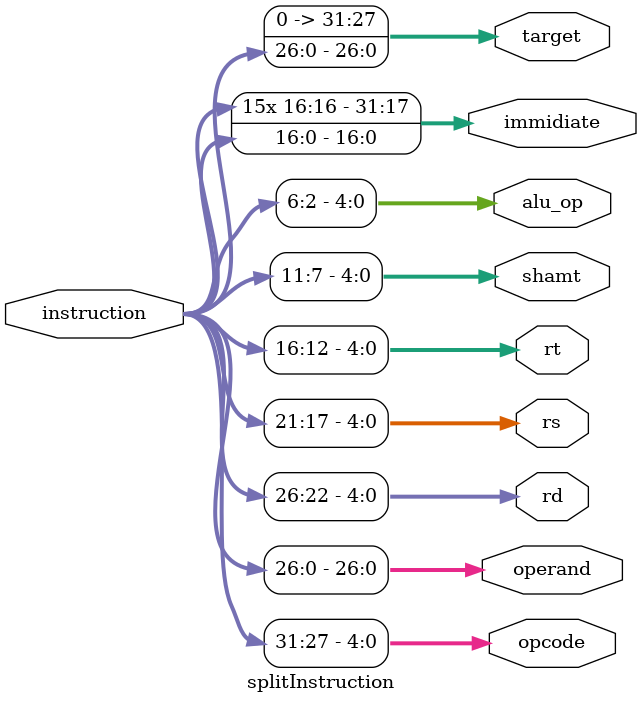
<source format=v>
module splitInstruction(instruction, opcode, operand, rd, rs, rt, shamt, alu_op, immidiate, target);

    input [31:0] instruction;

    output [4:0] opcode;
    output [26:0] operand;
    output [4:0] rd, rs, rt, shamt, alu_op;
    output [31:0] immidiate; //sign extended
    output [31:0] target; //for jumping


    assign opcode = instruction[31:27];
    assign operand = instruction[26:0];

    assign rd[4:0] = instruction[26:22];
    assign rs[4:0] = instruction[21:17];
    assign rt[4:0] = instruction[16:12];
    assign shamt[4:0] = instruction[11:7];
    assign alu_op[4:0] = instruction[6:2];

    assign immidiate[16:0] = instruction[16:0];
    assign immidiate[31] = instruction[16];
    assign immidiate[30] = instruction[16];
    assign immidiate[29] = instruction[16];
    assign immidiate[28] = instruction[16];
    assign immidiate[27] = instruction[16];
    assign immidiate[26] = instruction[16];
    assign immidiate[25] = instruction[16];
    assign immidiate[24] = instruction[16];
    assign immidiate[23] = instruction[16];
    assign immidiate[22] = instruction[16];
    assign immidiate[21] = instruction[16];
    assign immidiate[20] = instruction[16];
    assign immidiate[19] = instruction[16];
    assign immidiate[18] = instruction[16];
    assign immidiate[17] = instruction[16];

    assign target[26:0] = instruction[26:0];
    assign target[27] = 1'b0;
    assign target[28] = 1'b0;
    assign target[29] = 1'b0;
    assign target[30] = 1'b0;
    assign target[31] = 1'b0;

endmodule
</source>
